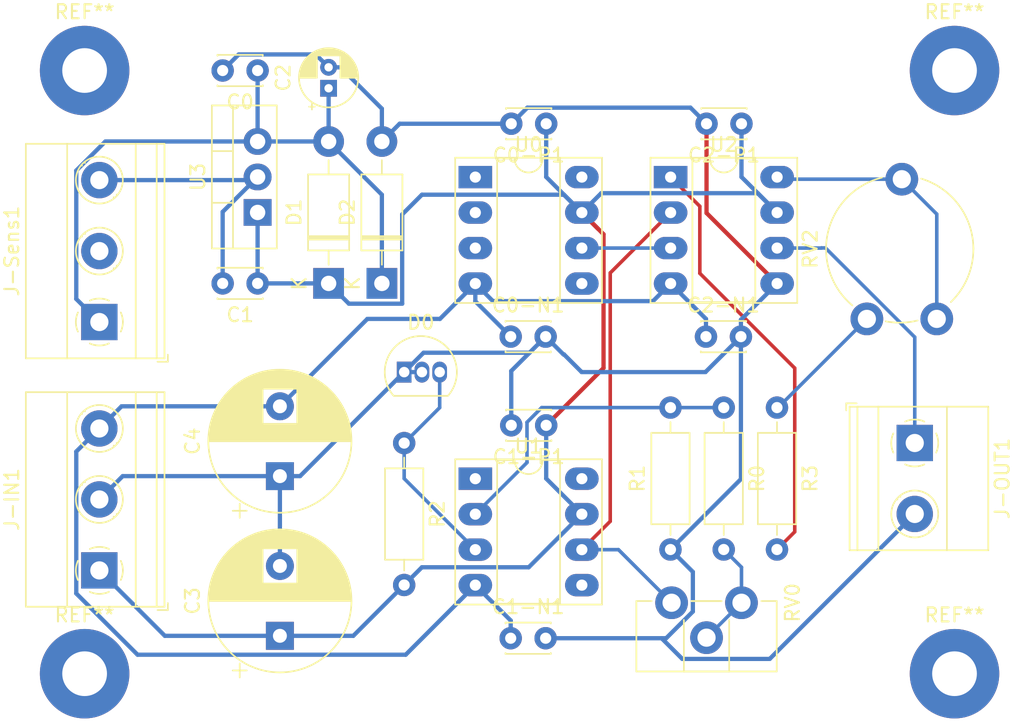
<source format=kicad_pcb>
(kicad_pcb (version 20211014) (generator pcbnew)
  (layers (0 "F.Cu" signal) (31 "B.Cu" signal) (34 "B.Paste" user) (35 "F.Paste" user) (36 "B.SilkS" user "B.Silkscreen") (37 "F.SilkS" user "F.Silkscreen") (38 "B.Mask" user) (39 "F.Mask" user) (44 "Edge.Cuts" user))
  (net 0 "")
  (net 1 "+8V")
  (net 2 "GNDA")
  (net 3 "-12V")
  (net 4 "+12V")
  (net 5 "Net-(D0-Pad3)")
  (net 6 "I-SIN-OUT")
  (net 7 "Net-(J-Sens1-Pad2)")
  (net 8 "Net-(R0-Pad1)")
  (net 9 "Net-(R0-Pad2)")
  (net 10 "Net-(R3-Pad1)")
  (net 11 "Net-(R3-Pad2)")
  (net 12 "VREF")
  (net 13 "Net-(RV2-Pad1)")
  (net 15 "I-SENS")
  (footprint "Capacitor_THT:C_Disc_D3.0mm_W2.0mm_P2.50mm" (layer "F.Cu") (at 81.28 48.26 180)
    (fp_text reference "C0-P1" (at 1.25 -2.25) (layer "F.SilkS"))
    (fp_text value "100nF")
    (pad "1" thru_hole circle (at 0 0 180) (size 1.6 1.6) (drill 0.8) (layers *.Cu *.Mask) (net 4 "+12V"))
    (pad "2" thru_hole circle (at 2.5 0 180) (size 1.6 1.6) (drill 0.8) (layers *.Cu *.Mask) (net 2 "GNDA"))
  )
  (footprint "Resistor_THT:R_Axial_DIN0207_L6.3mm_D2.5mm_P10.16mm_Horizontal" (layer "F.Cu") (at 71.12 71.12 -90)
    (fp_text reference "R2" (at 5.08 -2.37 90) (layer "F.SilkS"))
    (fp_text value "3.6k")
    (pad "1" thru_hole circle (at 0 0 270) (size 1.6 1.6) (drill 0.8) (layers *.Cu *.Mask) (net 5 "Net-(D0-Pad3)"))
    (pad "2" thru_hole oval (at 10.16 0 270) (size 1.6 1.6) (drill 0.8) (layers *.Cu *.Mask) (net 4 "+12V"))
  )
  (footprint "Potentiometer_THT:Potentiometer_Piher_PT-10-V10_Vertical" (layer "F.Cu") (at 109.22 62.23 90)
    (fp_text reference "RV2" (at 5 -9.05 90) (layer "F.SilkS"))
    (fp_text value "2.2k")
    (pad "1" thru_hole circle (at 0 0 90) (size 2.34 2.34) (drill 1.3) (layers *.Cu *.Mask) (net 13 "Net-(RV2-Pad1)"))
    (pad "2" thru_hole circle (at 10 -2.5 90) (size 2.34 2.34) (drill 1.3) (layers *.Cu *.Mask) (net 13 "Net-(RV2-Pad1)"))
    (pad "3" thru_hole circle (at 0 -5 90) (size 2.34 2.34) (drill 1.3) (layers *.Cu *.Mask) (net 10 "Net-(R3-Pad1)"))
  )
  (footprint "Capacitor_THT:CP_Radial_D4.0mm_P1.50mm" (layer "F.Cu") (at 65.715 45.72 90)
    (fp_text reference "C2" (at 0.75 -3.25 90) (layer "F.SilkS"))
    (fp_text value "47uF")
    (pad "1" thru_hole rect (at 0 0 90) (size 1.2 1.2) (drill 0.6) (layers *.Cu *.Mask) (net 1 "+8V"))
    (pad "2" thru_hole circle (at 1.5 0 90) (size 1.2 1.2) (drill 0.6) (layers *.Cu *.Mask) (net 2 "GNDA"))
  )
  (footprint "Package_DIP:DIP-8_W7.62mm_Socket_LongPads" (layer "F.Cu") (at 76.21 52.08)
    (fp_text reference "U0" (at 3.81 -2.33) (layer "F.SilkS"))
    (fp_text value "CA3140")
    (pad "1" thru_hole rect (at 0 0) (size 2.4 1.6) (drill 0.8) (layers *.Cu *.Mask))
    (pad "2" thru_hole oval (at 0 2.54) (size 2.4 1.6) (drill 0.8) (layers *.Cu *.Mask) (net 15 "I-SENS"))
    (pad "3" thru_hole oval (at 0 5.08) (size 2.4 1.6) (drill 0.8) (layers *.Cu *.Mask) (net 7 "Net-(J-Sens1-Pad2)"))
    (pad "4" thru_hole oval (at 0 7.62) (size 2.4 1.6) (drill 0.8) (layers *.Cu *.Mask) (net 3 "-12V"))
    (pad "5" thru_hole oval (at 7.62 7.62) (size 2.4 1.6) (drill 0.8) (layers *.Cu *.Mask))
    (pad "6" thru_hole oval (at 7.62 5.08) (size 2.4 1.6) (drill 0.8) (layers *.Cu *.Mask) (net 15 "I-SENS"))
    (pad "7" thru_hole oval (at 7.62 2.54) (size 2.4 1.6) (drill 0.8) (layers *.Cu *.Mask) (net 4 "+12V"))
    (pad "8" thru_hole oval (at 7.62 0) (size 2.4 1.6) (drill 0.8) (layers *.Cu *.Mask))
  )
  (footprint "Capacitor_THT:C_Disc_D3.0mm_W2.0mm_P2.50mm" (layer "F.Cu") (at 95.25 48.26 180)
    (fp_text reference "C2-P1" (at 1.25 -2.25) (layer "F.SilkS"))
    (fp_text value "100nF")
    (pad "1" thru_hole circle (at 0 0 180) (size 1.6 1.6) (drill 0.8) (layers *.Cu *.Mask) (net 4 "+12V"))
    (pad "2" thru_hole circle (at 2.5 0 180) (size 1.6 1.6) (drill 0.8) (layers *.Cu *.Mask) (net 2 "GNDA"))
  )
  (footprint "Package_TO_SOT_THT:TO-220-3_Vertical" (layer "F.Cu") (at 60.635 54.61 90)
    (fp_text reference "U3" (at 2.54 -4.27 90) (layer "F.SilkS"))
    (fp_text value "L7808")
    (pad "1" thru_hole rect (at 0 0 90) (size 1.905 2) (drill 1.1) (layers *.Cu *.Mask) (net 4 "+12V"))
    (pad "2" thru_hole oval (at 2.54 0 90) (size 1.905 2) (drill 1.1) (layers *.Cu *.Mask) (net 2 "GNDA"))
    (pad "3" thru_hole oval (at 5.08 0 90) (size 1.905 2) (drill 1.1) (layers *.Cu *.Mask) (net 1 "+8V"))
  )
  (footprint "Package_DIP:DIP-8_W7.62mm_Socket_LongPads" (layer "F.Cu") (at 90.18 52.08)
    (fp_text reference "U2" (at 3.81 -2.33) (layer "F.SilkS"))
    (fp_text value "INA111")
    (pad "1" thru_hole rect (at 0 0) (size 2.4 1.6) (drill 0.8) (layers *.Cu *.Mask) (net 11 "Net-(R3-Pad2)"))
    (pad "2" thru_hole oval (at 0 2.54) (size 2.4 1.6) (drill 0.8) (layers *.Cu *.Mask) (net 12 "VREF"))
    (pad "3" thru_hole oval (at 0 5.08) (size 2.4 1.6) (drill 0.8) (layers *.Cu *.Mask) (net 15 "I-SENS"))
    (pad "4" thru_hole oval (at 0 7.62) (size 2.4 1.6) (drill 0.8) (layers *.Cu *.Mask) (net 3 "-12V"))
    (pad "5" thru_hole oval (at 7.62 7.62) (size 2.4 1.6) (drill 0.8) (layers *.Cu *.Mask) (net 2 "GNDA"))
    (pad "6" thru_hole oval (at 7.62 5.08) (size 2.4 1.6) (drill 0.8) (layers *.Cu *.Mask) (net 6 "I-SIN-OUT"))
    (pad "7" thru_hole oval (at 7.62 2.54) (size 2.4 1.6) (drill 0.8) (layers *.Cu *.Mask) (net 4 "+12V"))
    (pad "8" thru_hole oval (at 7.62 0) (size 2.4 1.6) (drill 0.8) (layers *.Cu *.Mask) (net 13 "Net-(RV2-Pad1)"))
  )
  (footprint "Diode_THT:D_DO-41_SOD81_P10.16mm_Horizontal" (layer "F.Cu") (at 65.715 59.69 90)
    (fp_text reference "D1" (at 5.08 -2.47 90) (layer "F.SilkS"))
    (fp_text value "1N4001")
    (fp_text user "K" (at 0 -2.1 90) (layer "F.SilkS"))
    (pad "1" thru_hole rect (at 0 0 90) (size 2.2 2.2) (drill 1.1) (layers *.Cu *.Mask) (net 4 "+12V"))
    (pad "2" thru_hole oval (at 10.16 0 90) (size 2.2 2.2) (drill 1.1) (layers *.Cu *.Mask) (net 1 "+8V"))
  )
  (footprint "Capacitor_THT:CP_Radial_D10.0mm_P5.00mm" (layer "F.Cu") (at 62.23 73.487677 90)
    (fp_text reference "C4" (at 2.5 -6.25 90) (layer "F.SilkS"))
    (fp_text value "330uF")
    (pad "1" thru_hole rect (at 0 0 90) (size 2 2) (drill 1) (layers *.Cu *.Mask) (net 2 "GNDA"))
    (pad "2" thru_hole circle (at 5 0 90) (size 2 2) (drill 1) (layers *.Cu *.Mask) (net 3 "-12V"))
  )
  (footprint "Capacitor_THT:C_Disc_D3.0mm_W2.0mm_P2.50mm" (layer "F.Cu") (at 60.635 59.69 180)
    (fp_text reference "C1" (at 1.25 -2.25) (layer "F.SilkS"))
    (fp_text value "330nF")
    (pad "1" thru_hole circle (at 0 0 180) (size 1.6 1.6) (drill 0.8) (layers *.Cu *.Mask) (net 4 "+12V"))
    (pad "2" thru_hole circle (at 2.5 0 180) (size 1.6 1.6) (drill 0.8) (layers *.Cu *.Mask) (net 2 "GNDA"))
  )
  (footprint "MountingHole:MountingHole_3.2mm_M3_Pad" (layer "F.Cu") (at 48.26 87.63)
    (fp_text reference "REF**" (at 0 -4.2) (layer "F.SilkS"))
    (fp_text value "M3")
    (pad "1" thru_hole circle (at 0 0) (size 6.4 6.4) (drill 3.2) (layers *.Cu *.Mask))
  )
  (footprint "TerminalBlock_Phoenix:TerminalBlock_Phoenix_MKDS-1,5-3-5.08_1x03_P5.08mm_Horizontal" (layer "F.Cu") (at 49.315 62.455 90)
    (fp_text reference "J-Sens1" (at 5.08 -6.26 90) (layer "F.SilkS"))
    (fp_text value "CSLA2CD")
    (pad "1" thru_hole rect (at 0 0 90) (size 2.6 2.6) (drill 1.3) (layers *.Cu *.Mask) (net 1 "+8V"))
    (pad "2" thru_hole circle (at 5.08 0 90) (size 2.6 2.6) (drill 1.3) (layers *.Cu *.Mask) (net 7 "Net-(J-Sens1-Pad2)"))
    (pad "3" thru_hole circle (at 10.16 0 90) (size 2.6 2.6) (drill 1.3) (layers *.Cu *.Mask) (net 2 "GNDA"))
  )
  (footprint "Capacitor_THT:C_Disc_D3.0mm_W2.0mm_P2.50mm" (layer "F.Cu") (at 78.74 85.09)
    (fp_text reference "C1-N1" (at 1.25 -2.25) (layer "F.SilkS"))
    (fp_text value "100nF")
    (pad "1" thru_hole circle (at 0 0) (size 1.6 1.6) (drill 0.8) (layers *.Cu *.Mask) (net 3 "-12V"))
    (pad "2" thru_hole circle (at 2.5 0) (size 1.6 1.6) (drill 0.8) (layers *.Cu *.Mask) (net 2 "GNDA"))
  )
  (footprint "Package_TO_SOT_THT:TO-92L_Inline" (layer "F.Cu") (at 71.12 66.04)
    (fp_text reference "D0" (at 1.19 -3.56) (layer "F.SilkS"))
    (fp_text value "LM336z25")
    (pad "1" thru_hole rect (at 0 0) (size 1.05 1.5) (drill 0.75) (layers *.Cu *.Mask) (net 2 "GNDA"))
    (pad "2" thru_hole oval (at 1.27 0) (size 1.05 1.5) (drill 0.75) (layers *.Cu *.Mask) (net 2 "GNDA"))
    (pad "3" thru_hole oval (at 2.54 0) (size 1.05 1.5) (drill 0.75) (layers *.Cu *.Mask) (net 5 "Net-(D0-Pad3)"))
  )
  (footprint "Resistor_THT:R_Axial_DIN0207_L6.3mm_D2.5mm_P10.16mm_Horizontal" (layer "F.Cu") (at 93.98 68.58 -90)
    (fp_text reference "R0" (at 5.08 -2.37 90) (layer "F.SilkS"))
    (fp_text value "5.6k")
    (pad "1" thru_hole circle (at 0 0 270) (size 1.6 1.6) (drill 0.8) (layers *.Cu *.Mask) (net 8 "Net-(R0-Pad1)"))
    (pad "2" thru_hole oval (at 10.16 0 270) (size 1.6 1.6) (drill 0.8) (layers *.Cu *.Mask) (net 9 "Net-(R0-Pad2)"))
  )
  (footprint "TerminalBlock_Phoenix:TerminalBlock_Phoenix_MKDS-1,5-2-5.08_1x02_P5.08mm_Horizontal" (layer "F.Cu") (at 107.645 71.115 -90)
    (fp_text reference "J-OUT1" (at 2.54 -6.26 90) (layer "F.SilkS"))
    (fp_text value "Screw_Terminal_01x02")
    (pad "1" thru_hole rect (at 0 0 270) (size 2.6 2.6) (drill 1.3) (layers *.Cu *.Mask) (net 6 "I-SIN-OUT"))
    (pad "2" thru_hole circle (at 5.08 0 270) (size 2.6 2.6) (drill 1.3) (layers *.Cu *.Mask) (net 2 "GNDA"))
  )
  (footprint "Resistor_THT:R_Axial_DIN0207_L6.3mm_D2.5mm_P10.16mm_Horizontal" (layer "F.Cu") (at 90.17 78.74 90)
    (fp_text reference "R1" (at 5.08 -2.37 90) (layer "F.SilkS"))
    (fp_text value "10k")
    (pad "1" thru_hole circle (at 0 0 90) (size 1.6 1.6) (drill 0.8) (layers *.Cu *.Mask) (net 2 "GNDA"))
    (pad "2" thru_hole oval (at 10.16 0 90) (size 1.6 1.6) (drill 0.8) (layers *.Cu *.Mask) (net 8 "Net-(R0-Pad1)"))
  )
  (footprint "MountingHole:MountingHole_3.2mm_M3_Pad" (layer "F.Cu") (at 110.49 87.63)
    (fp_text reference "REF**" (at 0 -4.2) (layer "F.SilkS"))
    (fp_text value "M3")
    (pad "1" thru_hole circle (at 0 0) (size 6.4 6.4) (drill 3.2) (layers *.Cu *.Mask))
  )
  (footprint "Capacitor_THT:C_Disc_D3.0mm_W2.0mm_P2.50mm" (layer "F.Cu") (at 78.74 63.5)
    (fp_text reference "C0-N1" (at 1.25 -2.25) (layer "F.SilkS"))
    (fp_text value "100nF")
    (pad "1" thru_hole circle (at 0 0) (size 1.6 1.6) (drill 0.8) (layers *.Cu *.Mask) (net 3 "-12V"))
    (pad "2" thru_hole circle (at 2.5 0) (size 1.6 1.6) (drill 0.8) (layers *.Cu *.Mask) (net 2 "GNDA"))
  )
  (footprint "Capacitor_THT:C_Disc_D3.0mm_W2.0mm_P2.50mm" (layer "F.Cu") (at 92.71 63.5)
    (fp_text reference "C2-N1" (at 1.25 -2.25) (layer "F.SilkS"))
    (fp_text value "100nF")
    (pad "1" thru_hole circle (at 0 0) (size 1.6 1.6) (drill 0.8) (layers *.Cu *.Mask) (net 3 "-12V"))
    (pad "2" thru_hole circle (at 2.5 0) (size 1.6 1.6) (drill 0.8) (layers *.Cu *.Mask) (net 2 "GNDA"))
  )
  (footprint "Diode_THT:D_DO-41_SOD81_P10.16mm_Horizontal" (layer "F.Cu") (at 69.525 59.69 90)
    (fp_text reference "D2" (at 5.08 -2.47 90) (layer "F.SilkS"))
    (fp_text value "1N4001")
    (fp_text user "K" (at 0 -2.1 90) (layer "F.SilkS"))
    (pad "1" thru_hole rect (at 0 0 90) (size 2.2 2.2) (drill 1.1) (layers *.Cu *.Mask) (net 1 "+8V"))
    (pad "2" thru_hole oval (at 10.16 0 90) (size 2.2 2.2) (drill 1.1) (layers *.Cu *.Mask) (net 2 "GNDA"))
  )
  (footprint "Resistor_THT:R_Axial_DIN0207_L6.3mm_D2.5mm_P10.16mm_Horizontal" (layer "F.Cu") (at 97.79 68.58 -90)
    (fp_text reference "R3" (at 5.08 -2.37 90) (layer "F.SilkS"))
    (fp_text value "8.2k")
    (pad "1" thru_hole circle (at 0 0 270) (size 1.6 1.6) (drill 0.8) (layers *.Cu *.Mask) (net 10 "Net-(R3-Pad1)"))
    (pad "2" thru_hole oval (at 10.16 0 270) (size 1.6 1.6) (drill 0.8) (layers *.Cu *.Mask) (net 11 "Net-(R3-Pad2)"))
  )
  (footprint "Package_DIP:DIP-8_W7.62mm_Socket_LongPads" (layer "F.Cu") (at 76.21 73.67)
    (fp_text reference "U1" (at 3.81 -2.33) (layer "F.SilkS"))
    (fp_text value "CA3140")
    (pad "1" thru_hole rect (at 0 0) (size 2.4 1.6) (drill 0.8) (layers *.Cu *.Mask))
    (pad "2" thru_hole oval (at 0 2.54) (size 2.4 1.6) (drill 0.8) (layers *.Cu *.Mask) (net 8 "Net-(R0-Pad1)"))
    (pad "3" thru_hole oval (at 0 5.08) (size 2.4 1.6) (drill 0.8) (layers *.Cu *.Mask) (net 5 "Net-(D0-Pad3)"))
    (pad "4" thru_hole oval (at 0 7.62) (size 2.4 1.6) (drill 0.8) (layers *.Cu *.Mask) (net 3 "-12V"))
    (pad "5" thru_hole oval (at 7.62 7.62) (size 2.4 1.6) (drill 0.8) (layers *.Cu *.Mask))
    (pad "6" thru_hole oval (at 7.62 5.08) (size 2.4 1.6) (drill 0.8) (layers *.Cu *.Mask) (net 12 "VREF"))
    (pad "7" thru_hole oval (at 7.62 2.54) (size 2.4 1.6) (drill 0.8) (layers *.Cu *.Mask) (net 4 "+12V"))
    (pad "8" thru_hole oval (at 7.62 0) (size 2.4 1.6) (drill 0.8) (layers *.Cu *.Mask))
  )
  (footprint "Capacitor_THT:CP_Radial_D10.0mm_P5.00mm" (layer "F.Cu") (at 62.23 84.917677 90)
    (fp_text reference "C3" (at 2.5 -6.25 90) (layer "F.SilkS"))
    (fp_text value "330uF")
    (pad "1" thru_hole rect (at 0 0 90) (size 2 2) (drill 1) (layers *.Cu *.Mask) (net 4 "+12V"))
    (pad "2" thru_hole circle (at 5 0 90) (size 2 2) (drill 1) (layers *.Cu *.Mask) (net 2 "GNDA"))
  )
  (footprint "Potentiometer_THT:Potentiometer_ACP_CA9-H2,5_Horizontal" (layer "F.Cu") (at 95.25 82.55 -90)
    (fp_text reference "RV0" (at 0 -3.65 90) (layer "F.SilkS"))
    (fp_text value "2.2k")
    (pad "1" thru_hole circle (at 0 0 270) (size 2.34 2.34) (drill 1.3) (layers *.Cu *.Mask) (net 9 "Net-(R0-Pad2)"))
    (pad "2" thru_hole circle (at 2.5 2.5 270) (size 2.34 2.34) (drill 1.3) (layers *.Cu *.Mask) (net 9 "Net-(R0-Pad2)"))
    (pad "3" thru_hole circle (at 0 5 270) (size 2.34 2.34) (drill 1.3) (layers *.Cu *.Mask) (net 12 "VREF"))
  )
  (footprint "Capacitor_THT:C_Disc_D3.0mm_W2.0mm_P2.50mm" (layer "F.Cu") (at 60.635 44.45 180)
    (fp_text reference "C0" (at 1.25 -2.25) (layer "F.SilkS"))
    (fp_text value "100nF")
    (pad "1" thru_hole circle (at 0 0 180) (size 1.6 1.6) (drill 0.8) (layers *.Cu *.Mask) (net 1 "+8V"))
    (pad "2" thru_hole circle (at 2.5 0 180) (size 1.6 1.6) (drill 0.8) (layers *.Cu *.Mask) (net 2 "GNDA"))
  )
  (footprint "Capacitor_THT:C_Disc_D3.0mm_W2.0mm_P2.50mm" (layer "F.Cu") (at 81.28 69.85 180)
    (fp_text reference "C1-P1" (at 1.25 -2.25) (layer "F.SilkS"))
    (fp_text value "100nF")
    (pad "1" thru_hole circle (at 0 0 180) (size 1.6 1.6) (drill 0.8) (layers *.Cu *.Mask) (net 4 "+12V"))
    (pad "2" thru_hole circle (at 2.5 0 180) (size 1.6 1.6) (drill 0.8) (layers *.Cu *.Mask) (net 2 "GNDA"))
  )
  (footprint "MountingHole:MountingHole_3.2mm_M3_Pad" (layer "F.Cu") (at 110.49 44.45)
    (fp_text reference "REF**" (at 0 -4.2) (layer "F.SilkS"))
    (fp_text value "M3")
    (pad "1" thru_hole circle (at 0 0) (size 6.4 6.4) (drill 3.2) (layers *.Cu *.Mask))
  )
  (footprint "MountingHole:MountingHole_3.2mm_M3_Pad" (layer "F.Cu") (at 48.26 44.45)
    (fp_text reference "REF**" (at 0 -4.2) (layer "F.SilkS"))
    (fp_text value "M3")
    (pad "1" thru_hole circle (at 0 0) (size 6.4 6.4) (drill 3.2) (layers *.Cu *.Mask))
  )
  (footprint "TerminalBlock_Phoenix:TerminalBlock_Phoenix_MKDS-1,5-3-5.08_1x03_P5.08mm_Horizontal" (layer "F.Cu") (at 49.315 80.235 90)
    (fp_text reference "J-IN1" (at 5.08 -6.26 90) (layer "F.SilkS"))
    (fp_text value "j")
    (pad "1" thru_hole rect (at 0 0 90) (size 2.6 2.6) (drill 1.3) (layers *.Cu *.Mask) (net 4 "+12V"))
    (pad "2" thru_hole circle (at 5.08 0 90) (size 2.6 2.6) (drill 1.3) (layers *.Cu *.Mask) (net 2 "GNDA"))
    (pad "3" thru_hole circle (at 10.16 0 90) (size 2.6 2.6) (drill 1.3) (layers *.Cu *.Mask) (net 3 "-12V"))
  )
  (segment (start 69.525 59.69) (end 69.525 53.34) (width 0.3048) (layer "B.Cu") (net 1))
  (segment (start 60.635 44.45) (end 60.635 49.53) (width 0.3048) (layer "B.Cu") (net 1))
  (segment (start 47.663089 51.610755) (end 47.663089 60.803089) (width 0.3048) (layer "B.Cu") (net 1))
  (segment (start 69.525 53.34) (end 65.715 49.53) (width 0.3048) (layer "B.Cu") (net 1))
  (segment (start 65.715 49.53) (end 65.715 45.72) (width 0.3048) (layer "B.Cu") (net 1))
  (segment (start 49.743844 49.53) (end 47.663089 51.610755) (width 0.3048) (layer "B.Cu") (net 1))
  (segment (start 65.715 49.53) (end 60.635 49.53) (width 0.3048) (layer "B.Cu") (net 1))
  (segment (start 47.663089 60.803089) (end 49.315 62.455) (width 0.3048) (layer "B.Cu") (net 1))
  (segment (start 60.635 49.53) (end 49.743844 49.53) (width 0.3048) (layer "B.Cu") (net 1))
  (segment (start 92.75 54.65) (end 97.8 59.7) (width 0.3048) (layer "F.Cu") (net 2))
  (segment (start 92.75 48.26) (end 92.75 54.65) (width 0.3048) (layer "F.Cu") (net 2))
  (segment (start 91.016911 86.571911) (end 89.535 85.09) (width 0.3048) (layer "B.Cu") (net 2))
  (segment (start 69.525 47.181472) (end 66.563528 44.22) (width 0.3048) (layer "B.Cu") (net 2))
  (segment (start 71.12 66.04) (end 72.39 66.04) (width 0.3048) (layer "B.Cu") (net 2))
  (segment (start 59.286911 43.298089) (end 58.135 44.45) (width 0.3048) (layer "B.Cu") (net 2))
  (segment (start 62.23 73.487677) (end 50.982323 73.487677) (width 0.3048) (layer "B.Cu") (net 2))
  (segment (start 83.82 66.04) (end 82.55 64.77) (width 0.3048) (layer "B.Cu") (net 2))
  (segment (start 90.17 78.74) (end 91.771911 80.341911) (width 0.3048) (layer "B.Cu") (net 2))
  (segment (start 78.78 48.26) (end 70.795 48.26) (width 0.3048) (layer "B.Cu") (net 2))
  (segment (start 91.771911 80.341911) (end 91.771911 83.180397) (width 0.3048) (layer "B.Cu") (net 2))
  (segment (start 72.508089 64.651911) (end 80.088089 64.651911) (width 0.3048) (layer "B.Cu") (net 2))
  (segment (start 78.78 48.26) (end 79.931911 47.108089) (width 0.3048) (layer "B.Cu") (net 2))
  (segment (start 64.793089 43.298089) (end 59.286911 43.298089) (width 0.3048) (layer "B.Cu") (net 2))
  (segment (start 95.21 63.5) (end 92.67 66.04) (width 0.3048) (layer "B.Cu") (net 2))
  (segment (start 69.525 49.53) (end 69.525 47.181472) (width 0.3048) (layer "B.Cu") (net 2))
  (segment (start 70.795 48.26) (end 69.525 49.53) (width 0.3048) (layer "B.Cu") (net 2))
  (segment (start 79.931911 47.108089) (end 91.598089 47.108089) (width 0.3048) (layer "B.Cu") (net 2))
  (segment (start 91.598089 47.108089) (end 92.75 48.26) (width 0.3048) (layer "B.Cu") (net 2))
  (segment (start 49.315 52.295) (end 60.41 52.295) (width 0.3048) (layer "B.Cu") (net 2))
  (segment (start 90.17 78.74) (end 95.21 73.7) (width 0.3048) (layer "B.Cu") (net 2))
  (segment (start 62.23 73.487677) (end 63.672323 73.487677) (width 0.3048) (layer "B.Cu") (net 2))
  (segment (start 58.135 54.57) (end 60.635 52.07) (width 0.3048) (layer "B.Cu") (net 2))
  (segment (start 71.12 66.04) (end 72.508089 64.651911) (width 0.3048) (layer "B.Cu") (net 2))
  (segment (start 82.55 64.77) (end 82.51 64.77) (width 0.3048) (layer "B.Cu") (net 2))
  (segment (start 82.51 64.77) (end 81.24 63.5) (width 0.3048) (layer "B.Cu") (net 2))
  (segment (start 95.21 63.5) (end 95.21 62.29) (width 0.3048) (layer "B.Cu") (net 2))
  (segment (start 78.78 69.85) (end 78.78 65.96) (width 0.3048) (layer "B.Cu") (net 2))
  (segment (start 95.21 62.29) (end 97.8 59.7) (width 0.3048) (layer "B.Cu") (net 2))
  (segment (start 58.135 59.69) (end 58.135 54.57) (width 0.3048) (layer "B.Cu") (net 2))
  (segment (start 50.982323 73.487677) (end 49.315 75.155) (width 0.3048) (layer "B.Cu") (net 2))
  (segment (start 91.771911 83.180397) (end 89.862308 85.09) (width 0.3048) (layer "B.Cu") (net 2))
  (segment (start 95.21 73.7) (end 95.21 63.5) (width 0.3048) (layer "B.Cu") (net 2))
  (segment (start 65.715 44.22) (end 64.793089 43.298089) (width 0.3048) (layer "B.Cu") (net 2))
  (segment (start 66.563528 44.22) (end 65.715 44.22) (width 0.3048) (layer "B.Cu") (net 2))
  (segment (start 89.862308 85.09) (end 81.24 85.09) (width 0.3048) (layer "B.Cu") (net 2))
  (segment (start 80.088089 64.651911) (end 81.24 63.5) (width 0.3048) (layer "B.Cu") (net 2))
  (segment (start 78.78 65.96) (end 80.088089 64.651911) (width 0.3048) (layer "B.Cu") (net 2))
  (segment (start 92.67 66.04) (end 83.82 66.04) (width 0.3048) (layer "B.Cu") (net 2))
  (segment (start 63.672323 73.487677) (end 71.12 66.04) (width 0.3048) (layer "B.Cu") (net 2))
  (segment (start 97.268089 86.571911) (end 91.016911 86.571911) (width 0.3048) (layer "B.Cu") (net 2))
  (segment (start 107.645 76.195) (end 97.268089 86.571911) (width 0.3048) (layer "B.Cu") (net 2))
  (segment (start 62.23 79.917677) (end 62.23 73.487677) (width 0.3048) (layer "B.Cu") (net 2))
  (segment (start 60.41 52.295) (end 60.635 52.07) (width 0.3048) (layer "B.Cu") (net 2))
  (segment (start 76.21 81.29) (end 71.230412 86.269588) (width 0.3048) (layer "B.Cu") (net 3))
  (segment (start 73.68 62.23) (end 76.21 59.7) (width 0.3048) (layer "B.Cu") (net 3))
  (segment (start 77.47 60.96) (end 76.21 59.7) (width 0.3048) (layer "B.Cu") (net 3))
  (segment (start 50.902323 68.487677) (end 49.315 70.075) (width 0.3048) (layer "B.Cu") (net 3))
  (segment (start 68.487677 62.23) (end 73.68 62.23) (width 0.3048) (layer "B.Cu") (net 3))
  (segment (start 92.71 62.23) (end 90.18 59.7) (width 0.3048) (layer "B.Cu") (net 3))
  (segment (start 47.663089 81.886911) (end 47.663089 71.726911) (width 0.3048) (layer "B.Cu") (net 3))
  (segment (start 62.23 68.487677) (end 68.487677 62.23) (width 0.3048) (layer "B.Cu") (net 3))
  (segment (start 76.21 60.97) (end 78.74 63.5) (width 0.3048) (layer "B.Cu") (net 3))
  (segment (start 92.71 63.5) (end 92.71 62.23) (width 0.3048) (layer "B.Cu") (net 3))
  (segment (start 88.92 60.96) (end 77.47 60.96) (width 0.3048) (layer "B.Cu") (net 3))
  (segment (start 90.18 59.7) (end 88.92 60.96) (width 0.3048) (layer "B.Cu") (net 3))
  (segment (start 62.23 68.487677) (end 50.902323 68.487677) (width 0.3048) (layer "B.Cu") (net 3))
  (segment (start 76.21 59.7) (end 76.21 60.97) (width 0.3048) (layer "B.Cu") (net 3))
  (segment (start 78.74 85.09) (end 78.74 83.82) (width 0.3048) (layer "B.Cu") (net 3))
  (segment (start 52.045766 86.269588) (end 47.663089 81.886911) (width 0.3048) (layer "B.Cu") (net 3))
  (segment (start 78.74 83.82) (end 76.21 81.29) (width 0.3048) (layer "B.Cu") (net 3))
  (segment (start 47.663089 71.726911) (end 49.315 70.075) (width 0.3048) (layer "B.Cu") (net 3))
  (segment (start 71.230412 86.269588) (end 52.045766 86.269588) (width 0.3048) (layer "B.Cu") (net 3))
  (segment (start 83.83 54.62) (end 84.98192 55.77192) (width 0.3048) (layer "F.Cu") (net 4))
  (segment (start 83.83 54.62) (end 85.38192 56.17192) (width 0.3048) (layer "F.Cu") (net 4))
  (segment (start 85.38192 56.17192) (end 85.38192 65.74808) (width 0.3048) (layer "F.Cu") (net 4))
  (segment (start 85.38192 65.74808) (end 81.28 69.85) (width 0.3048) (layer "F.Cu") (net 4))
  (segment (start 85.218089 53.231911) (end 96.411911 53.231911) (width 0.3048) (layer "B.Cu") (net 4))
  (segment (start 82.55 53.34) (end 83.83 54.62) (width 0.3048) (layer "B.Cu") (net 4))
  (segment (start 81.28 52.07) (end 81.28 48.26) (width 0.3048) (layer "B.Cu") (net 4))
  (segment (start 53.997677 84.917677) (end 49.315 80.235) (width 0.3048) (layer "B.Cu") (net 4))
  (segment (start 83.83 54.62) (end 85.218089 53.231911) (width 0.3048) (layer "B.Cu") (net 4))
  (segment (start 62.23 84.917677) (end 67.482323 84.917677) (width 0.3048) (layer "B.Cu") (net 4))
  (segment (start 67.482323 84.917677) (end 71.12 81.28) (width 0.3048) (layer "B.Cu") (net 4))
  (segment (start 65.715 59.69) (end 67.166911 61.141911) (width 0.3048) (layer "B.Cu") (net 4))
  (segment (start 65.715 59.69) (end 60.635 59.69) (width 0.3048) (layer "B.Cu") (net 4))
  (segment (start 72.39 80.01) (end 80.03 80.01) (width 0.3048) (layer "B.Cu") (net 4))
  (segment (start 96.411911 53.231911) (end 97.8 54.62) (width 0.3048) (layer "B.Cu") (net 4))
  (segment (start 81.28 73.66) (end 81.28 69.85) (width 0.3048) (layer "B.Cu") (net 4))
  (segment (start 62.23 84.917677) (end 53.997677 84.917677) (width 0.3048) (layer "B.Cu") (net 4))
  (segment (start 80.03 80.01) (end 83.83 76.21) (width 0.3048) (layer "B.Cu") (net 4))
  (segment (start 60.635 59.69) (end 60.635 54.61) (width 0.3048) (layer "B.Cu") (net 4))
  (segment (start 70.976911 61.141911) (end 70.976911 54.753089) (width 0.3048) (layer "B.Cu") (net 4))
  (segment (start 83.83 54.62) (end 81.28 52.07) (width 0.3048) (layer "B.Cu") (net 4))
  (segment (start 71.12 81.28) (end 72.39 80.01) (width 0.3048) (layer "B.Cu") (net 4))
  (segment (start 67.166911 61.141911) (end 70.976911 61.141911) (width 0.3048) (layer "B.Cu") (net 4))
  (segment (start 72.39 53.34) (end 82.55 53.34) (width 0.3048) (layer "B.Cu") (net 4))
  (segment (start 70.976911 54.753089) (end 72.39 53.34) (width 0.3048) (layer "B.Cu") (net 4))
  (segment (start 83.83 76.21) (end 81.28 73.66) (width 0.3048) (layer "B.Cu") (net 4))
  (segment (start 95.25 52.07) (end 97.8 54.62) (width 0.3048) (layer "B.Cu") (net 4))
  (segment (start 95.25 48.26) (end 95.25 52.07) (width 0.3048) (layer "B.Cu") (net 4))
  (segment (start 73.66 68.58) (end 73.66 66.04) (width 0.254) (layer "B.Cu") (net 5))
  (segment (start 71.12 71.12) (end 71.12 73.66) (width 0.254) (layer "B.Cu") (net 5))
  (segment (start 71.12 71.12) (end 73.66 68.58) (width 0.254) (layer "B.Cu") (net 5))
  (segment (start 71.12 73.66) (end 76.21 78.75) (width 0.254) (layer "B.Cu") (net 5))
  (segment (start 107.645 71.115) (end 107.645 63.538613) (width 0.254) (layer "B.Cu") (net 6))
  (segment (start 100.955 57.16) (end 97.8 57.16) (width 0.254) (layer "B.Cu") (net 6))
  (segment (start 101.256387 57.15) (end 100.965 57.15) (width 0.254) (layer "B.Cu") (net 6))
  (segment (start 100.965 57.15) (end 100.955 57.16) (width 0.254) (layer "B.Cu") (net 6))
  (segment (start 107.645 63.538613) (end 101.256387 57.15) (width 0.254) (layer "B.Cu") (net 6))
  (segment (start 80.956872 68.58) (end 79.906511 69.630361) (width 0.254) (layer "B.Cu") (net 8))
  (segment (start 79.906511 69.630361) (end 79.906511 72.513489) (width 0.254) (layer "B.Cu") (net 8))
  (segment (start 93.98 68.58) (end 90.17 68.58) (width 0.254) (layer "B.Cu") (net 8))
  (segment (start 90.17 68.58) (end 80.956872 68.58) (width 0.254) (layer "B.Cu") (net 8))
  (segment (start 79.906511 72.513489) (end 76.21 76.21) (width 0.254) (layer "B.Cu") (net 8))
  (segment (start 95.25 80.01) (end 93.98 78.74) (width 0.254) (layer "B.Cu") (net 9))
  (segment (start 95.25 82.55) (end 95.25 80.01) (width 0.254) (layer "B.Cu") (net 9))
  (segment (start 92.75 85.05) (end 95.25 82.55) (width 0.254) (layer "B.Cu") (net 9))
  (segment (start 104.22 62.23) (end 97.87 68.58) (width 0.254) (layer "B.Cu") (net 10))
  (segment (start 97.87 68.58) (end 97.79 68.58) (width 0.254) (layer "B.Cu") (net 10))
  (segment (start 90.18 52.08) (end 92.27108 54.17108) (width 0.254) (layer "F.Cu") (net 11))
  (segment (start 99.06 65.756872) (end 99.06 77.47) (width 0.254) (layer "F.Cu") (net 11))
  (segment (start 92.27108 58.967952) (end 99.06 65.756872) (width 0.254) (layer "F.Cu") (net 11))
  (segment (start 92.27108 54.17108) (end 92.27108 58.967952) (width 0.254) (layer "F.Cu") (net 11))
  (segment (start 99.06 77.47) (end 97.79 78.74) (width 0.254) (layer "F.Cu") (net 11))
  (segment (start 90.18 54.62) (end 85.86084 58.93916) (width 0.254) (layer "F.Cu") (net 12))
  (segment (start 85.86084 58.93916) (end 85.86084 76.71916) (width 0.254) (layer "F.Cu") (net 12))
  (segment (start 85.86084 76.71916) (end 83.83 78.75) (width 0.254) (layer "F.Cu") (net 12))
  (segment (start 83.83 78.75) (end 86.45 78.75) (width 0.254) (layer "B.Cu") (net 12))
  (segment (start 86.45 78.75) (end 90.25 82.55) (width 0.254) (layer "B.Cu") (net 12))
  (segment (start 97.95 52.23) (end 97.8 52.08) (width 0.254) (layer "B.Cu") (net 13))
  (segment (start 106.72 52.23) (end 97.95 52.23) (width 0.254) (layer "B.Cu") (net 13))
  (segment (start 109.22 54.73) (end 106.72 52.23) (width 0.254) (layer "B.Cu") (net 13))
  (segment (start 109.22 62.23) (end 109.22 54.73) (width 0.254) (layer "B.Cu") (net 13))
  (segment (start 90.18 57.16) (end 83.83 57.16) (width 0.254) (layer "B.Cu") (net 15))
)
</source>
